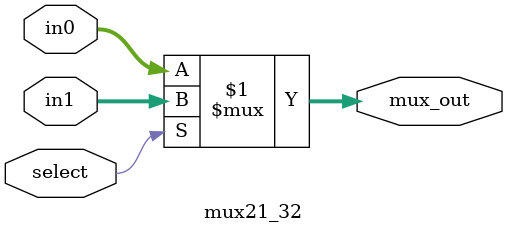
<source format=v>
module mux21_32 (
    output [31:0] mux_out,
    input [31:0] in0, in1,
    input select
);

assign mux_out = (select) ? in1 : in0;

endmodule
</source>
